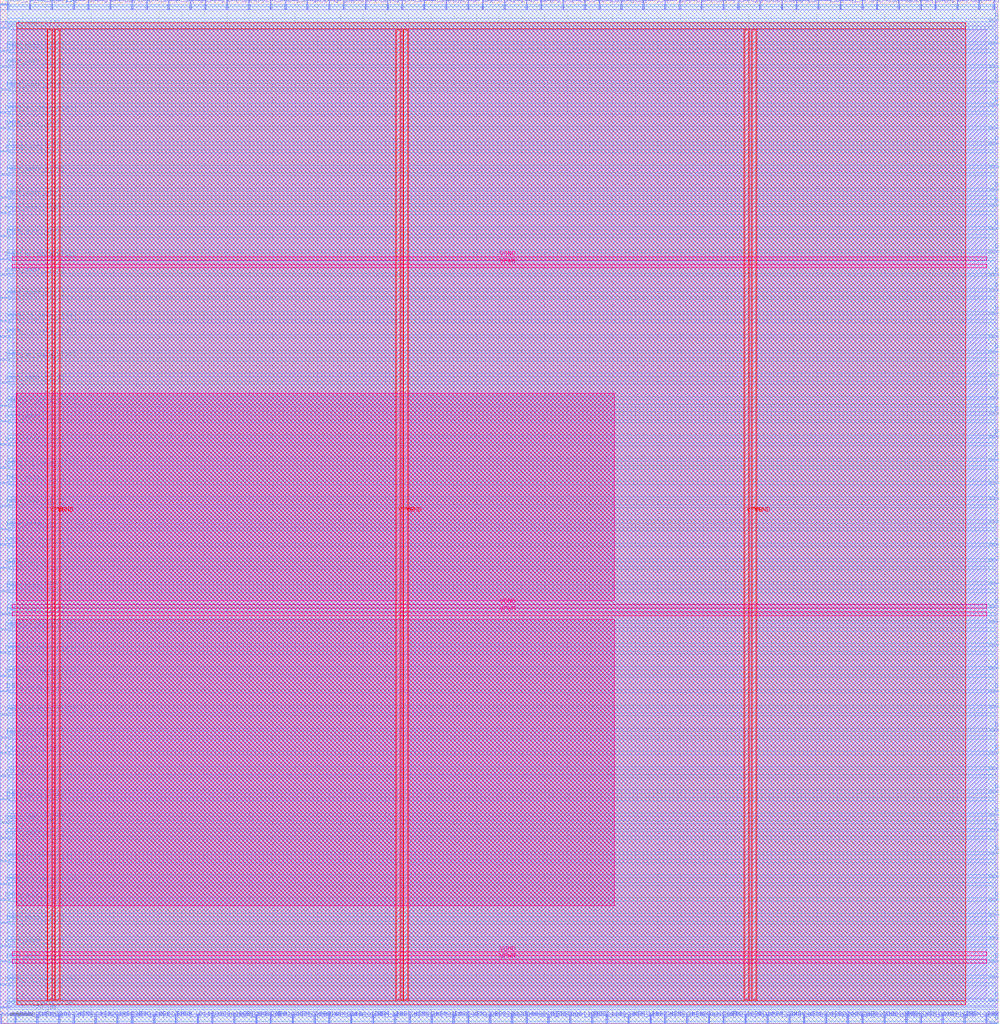
<source format=lef>
VERSION 5.7 ;
  NOWIREEXTENSIONATPIN ON ;
  DIVIDERCHAR "/" ;
  BUSBITCHARS "[]" ;
MACRO toast_top
  CLASS BLOCK ;
  FOREIGN toast_top ;
  ORIGIN 0.000 0.000 ;
  SIZE 440.500 BY 451.220 ;
  PIN DMEM_addr_o[0]
    DIRECTION OUTPUT TRISTATE ;
    USE SIGNAL ;
    PORT
      LAYER met2 ;
        RECT 41.950 0.000 42.230 4.000 ;
    END
  END DMEM_addr_o[0]
  PIN DMEM_addr_o[10]
    DIRECTION OUTPUT TRISTATE ;
    USE SIGNAL ;
    PORT
      LAYER met2 ;
        RECT 177.190 447.220 177.470 451.220 ;
    END
  END DMEM_addr_o[10]
  PIN DMEM_addr_o[11]
    DIRECTION OUTPUT TRISTATE ;
    USE SIGNAL ;
    PORT
      LAYER met2 ;
        RECT 144.990 447.220 145.270 451.220 ;
    END
  END DMEM_addr_o[11]
  PIN DMEM_addr_o[12]
    DIRECTION OUTPUT TRISTATE ;
    USE SIGNAL ;
    PORT
      LAYER met2 ;
        RECT 206.170 0.000 206.450 4.000 ;
    END
  END DMEM_addr_o[12]
  PIN DMEM_addr_o[13]
    DIRECTION OUTPUT TRISTATE ;
    USE SIGNAL ;
    PORT
      LAYER met2 ;
        RECT 363.950 0.000 364.230 4.000 ;
    END
  END DMEM_addr_o[13]
  PIN DMEM_addr_o[14]
    DIRECTION OUTPUT TRISTATE ;
    USE SIGNAL ;
    PORT
      LAYER met3 ;
        RECT 436.500 85.040 440.500 85.640 ;
    END
  END DMEM_addr_o[14]
  PIN DMEM_addr_o[15]
    DIRECTION OUTPUT TRISTATE ;
    USE SIGNAL ;
    PORT
      LAYER met3 ;
        RECT 0.000 421.640 4.000 422.240 ;
    END
  END DMEM_addr_o[15]
  PIN DMEM_addr_o[16]
    DIRECTION OUTPUT TRISTATE ;
    USE SIGNAL ;
    PORT
      LAYER met3 ;
        RECT 0.000 54.440 4.000 55.040 ;
    END
  END DMEM_addr_o[16]
  PIN DMEM_addr_o[17]
    DIRECTION OUTPUT TRISTATE ;
    USE SIGNAL ;
    PORT
      LAYER met3 ;
        RECT 436.500 27.240 440.500 27.840 ;
    END
  END DMEM_addr_o[17]
  PIN DMEM_addr_o[18]
    DIRECTION OUTPUT TRISTATE ;
    USE SIGNAL ;
    PORT
      LAYER met2 ;
        RECT 90.250 447.220 90.530 451.220 ;
    END
  END DMEM_addr_o[18]
  PIN DMEM_addr_o[19]
    DIRECTION OUTPUT TRISTATE ;
    USE SIGNAL ;
    PORT
      LAYER met3 ;
        RECT 436.500 248.240 440.500 248.840 ;
    END
  END DMEM_addr_o[19]
  PIN DMEM_addr_o[1]
    DIRECTION OUTPUT TRISTATE ;
    USE SIGNAL ;
    PORT
      LAYER met3 ;
        RECT 436.500 340.040 440.500 340.640 ;
    END
  END DMEM_addr_o[1]
  PIN DMEM_addr_o[20]
    DIRECTION OUTPUT TRISTATE ;
    USE SIGNAL ;
    PORT
      LAYER met2 ;
        RECT 338.190 0.000 338.470 4.000 ;
    END
  END DMEM_addr_o[20]
  PIN DMEM_addr_o[21]
    DIRECTION OUTPUT TRISTATE ;
    USE SIGNAL ;
    PORT
      LAYER met3 ;
        RECT 0.000 319.640 4.000 320.240 ;
    END
  END DMEM_addr_o[21]
  PIN DMEM_addr_o[22]
    DIRECTION OUTPUT TRISTATE ;
    USE SIGNAL ;
    PORT
      LAYER met2 ;
        RECT 347.850 0.000 348.130 4.000 ;
    END
  END DMEM_addr_o[22]
  PIN DMEM_addr_o[23]
    DIRECTION OUTPUT TRISTATE ;
    USE SIGNAL ;
    PORT
      LAYER met2 ;
        RECT 144.990 0.000 145.270 4.000 ;
    END
  END DMEM_addr_o[23]
  PIN DMEM_addr_o[24]
    DIRECTION OUTPUT TRISTATE ;
    USE SIGNAL ;
    PORT
      LAYER met2 ;
        RECT 273.790 447.220 274.070 451.220 ;
    END
  END DMEM_addr_o[24]
  PIN DMEM_addr_o[25]
    DIRECTION OUTPUT TRISTATE ;
    USE SIGNAL ;
    PORT
      LAYER met3 ;
        RECT 0.000 394.440 4.000 395.040 ;
    END
  END DMEM_addr_o[25]
  PIN DMEM_addr_o[26]
    DIRECTION OUTPUT TRISTATE ;
    USE SIGNAL ;
    PORT
      LAYER met2 ;
        RECT 431.570 447.220 431.850 451.220 ;
    END
  END DMEM_addr_o[26]
  PIN DMEM_addr_o[27]
    DIRECTION OUTPUT TRISTATE ;
    USE SIGNAL ;
    PORT
      LAYER met2 ;
        RECT 415.470 0.000 415.750 4.000 ;
    END
  END DMEM_addr_o[27]
  PIN DMEM_addr_o[28]
    DIRECTION OUTPUT TRISTATE ;
    USE SIGNAL ;
    PORT
      LAYER met2 ;
        RECT 135.330 447.220 135.610 451.220 ;
    END
  END DMEM_addr_o[28]
  PIN DMEM_addr_o[29]
    DIRECTION OUTPUT TRISTATE ;
    USE SIGNAL ;
    PORT
      LAYER met3 ;
        RECT 436.500 129.240 440.500 129.840 ;
    END
  END DMEM_addr_o[29]
  PIN DMEM_addr_o[2]
    DIRECTION OUTPUT TRISTATE ;
    USE SIGNAL ;
    PORT
      LAYER met2 ;
        RECT 277.010 0.000 277.290 4.000 ;
    END
  END DMEM_addr_o[2]
  PIN DMEM_addr_o[30]
    DIRECTION OUTPUT TRISTATE ;
    USE SIGNAL ;
    PORT
      LAYER met3 ;
        RECT 436.500 238.040 440.500 238.640 ;
    END
  END DMEM_addr_o[30]
  PIN DMEM_addr_o[31]
    DIRECTION OUTPUT TRISTATE ;
    USE SIGNAL ;
    PORT
      LAYER met2 ;
        RECT 83.810 447.220 84.090 451.220 ;
    END
  END DMEM_addr_o[31]
  PIN DMEM_addr_o[3]
    DIRECTION OUTPUT TRISTATE ;
    USE SIGNAL ;
    PORT
      LAYER met2 ;
        RECT 22.630 447.220 22.910 451.220 ;
    END
  END DMEM_addr_o[3]
  PIN DMEM_addr_o[4]
    DIRECTION OUTPUT TRISTATE ;
    USE SIGNAL ;
    PORT
      LAYER met2 ;
        RECT 360.730 447.220 361.010 451.220 ;
    END
  END DMEM_addr_o[4]
  PIN DMEM_addr_o[5]
    DIRECTION OUTPUT TRISTATE ;
    USE SIGNAL ;
    PORT
      LAYER met2 ;
        RECT 260.910 0.000 261.190 4.000 ;
    END
  END DMEM_addr_o[5]
  PIN DMEM_addr_o[6]
    DIRECTION OUTPUT TRISTATE ;
    USE SIGNAL ;
    PORT
      LAYER met3 ;
        RECT 436.500 404.640 440.500 405.240 ;
    END
  END DMEM_addr_o[6]
  PIN DMEM_addr_o[7]
    DIRECTION OUTPUT TRISTATE ;
    USE SIGNAL ;
    PORT
      LAYER met3 ;
        RECT 436.500 350.240 440.500 350.840 ;
    END
  END DMEM_addr_o[7]
  PIN DMEM_addr_o[8]
    DIRECTION OUTPUT TRISTATE ;
    USE SIGNAL ;
    PORT
      LAYER met3 ;
        RECT 436.500 183.640 440.500 184.240 ;
    END
  END DMEM_addr_o[8]
  PIN DMEM_addr_o[9]
    DIRECTION OUTPUT TRISTATE ;
    USE SIGNAL ;
    PORT
      LAYER met3 ;
        RECT 436.500 146.240 440.500 146.840 ;
    END
  END DMEM_addr_o[9]
  PIN DMEM_rd_data_i[0]
    DIRECTION INPUT ;
    USE SIGNAL ;
    PORT
      LAYER met2 ;
        RECT 161.090 447.220 161.370 451.220 ;
    END
  END DMEM_rd_data_i[0]
  PIN DMEM_rd_data_i[10]
    DIRECTION INPUT ;
    USE SIGNAL ;
    PORT
      LAYER met2 ;
        RECT 212.610 447.220 212.890 451.220 ;
    END
  END DMEM_rd_data_i[10]
  PIN DMEM_rd_data_i[11]
    DIRECTION INPUT ;
    USE SIGNAL ;
    PORT
      LAYER met2 ;
        RECT 386.490 447.220 386.770 451.220 ;
    END
  END DMEM_rd_data_i[11]
  PIN DMEM_rd_data_i[12]
    DIRECTION INPUT ;
    USE SIGNAL ;
    PORT
      LAYER met3 ;
        RECT 436.500 54.440 440.500 55.040 ;
    END
  END DMEM_rd_data_i[12]
  PIN DMEM_rd_data_i[13]
    DIRECTION INPUT ;
    USE SIGNAL ;
    PORT
      LAYER met2 ;
        RECT 325.310 447.220 325.590 451.220 ;
    END
  END DMEM_rd_data_i[13]
  PIN DMEM_rd_data_i[14]
    DIRECTION INPUT ;
    USE SIGNAL ;
    PORT
      LAYER met3 ;
        RECT 0.000 309.440 4.000 310.040 ;
    END
  END DMEM_rd_data_i[14]
  PIN DMEM_rd_data_i[15]
    DIRECTION INPUT ;
    USE SIGNAL ;
    PORT
      LAYER met2 ;
        RECT 380.050 447.220 380.330 451.220 ;
    END
  END DMEM_rd_data_i[15]
  PIN DMEM_rd_data_i[16]
    DIRECTION INPUT ;
    USE SIGNAL ;
    PORT
      LAYER met2 ;
        RECT 293.110 0.000 293.390 4.000 ;
    END
  END DMEM_rd_data_i[16]
  PIN DMEM_rd_data_i[17]
    DIRECTION INPUT ;
    USE SIGNAL ;
    PORT
      LAYER met3 ;
        RECT 0.000 136.040 4.000 136.640 ;
    END
  END DMEM_rd_data_i[17]
  PIN DMEM_rd_data_i[18]
    DIRECTION INPUT ;
    USE SIGNAL ;
    PORT
      LAYER met3 ;
        RECT 0.000 17.040 4.000 17.640 ;
    END
  END DMEM_rd_data_i[18]
  PIN DMEM_rd_data_i[19]
    DIRECTION INPUT ;
    USE SIGNAL ;
    PORT
      LAYER met2 ;
        RECT 231.930 0.000 232.210 4.000 ;
    END
  END DMEM_rd_data_i[19]
  PIN DMEM_rd_data_i[1]
    DIRECTION INPUT ;
    USE SIGNAL ;
    PORT
      LAYER met2 ;
        RECT 128.890 0.000 129.170 4.000 ;
    END
  END DMEM_rd_data_i[1]
  PIN DMEM_rd_data_i[20]
    DIRECTION INPUT ;
    USE SIGNAL ;
    PORT
      LAYER met3 ;
        RECT 436.500 231.240 440.500 231.840 ;
    END
  END DMEM_rd_data_i[20]
  PIN DMEM_rd_data_i[21]
    DIRECTION INPUT ;
    USE SIGNAL ;
    PORT
      LAYER met3 ;
        RECT 436.500 431.840 440.500 432.440 ;
    END
  END DMEM_rd_data_i[21]
  PIN DMEM_rd_data_i[22]
    DIRECTION INPUT ;
    USE SIGNAL ;
    PORT
      LAYER met2 ;
        RECT 344.630 447.220 344.910 451.220 ;
    END
  END DMEM_rd_data_i[22]
  PIN DMEM_rd_data_i[23]
    DIRECTION INPUT ;
    USE SIGNAL ;
    PORT
      LAYER met3 ;
        RECT 0.000 448.840 4.000 449.440 ;
    END
  END DMEM_rd_data_i[23]
  PIN DMEM_rd_data_i[24]
    DIRECTION INPUT ;
    USE SIGNAL ;
    PORT
      LAYER met2 ;
        RECT 170.750 447.220 171.030 451.220 ;
    END
  END DMEM_rd_data_i[24]
  PIN DMEM_rd_data_i[25]
    DIRECTION INPUT ;
    USE SIGNAL ;
    PORT
      LAYER met2 ;
        RECT 434.790 0.000 435.070 4.000 ;
    END
  END DMEM_rd_data_i[25]
  PIN DMEM_rd_data_i[26]
    DIRECTION INPUT ;
    USE SIGNAL ;
    PORT
      LAYER met3 ;
        RECT 0.000 302.640 4.000 303.240 ;
    END
  END DMEM_rd_data_i[26]
  PIN DMEM_rd_data_i[27]
    DIRECTION INPUT ;
    USE SIGNAL ;
    PORT
      LAYER met3 ;
        RECT 0.000 244.840 4.000 245.440 ;
    END
  END DMEM_rd_data_i[27]
  PIN DMEM_rd_data_i[28]
    DIRECTION INPUT ;
    USE SIGNAL ;
    PORT
      LAYER met3 ;
        RECT 436.500 119.040 440.500 119.640 ;
    END
  END DMEM_rd_data_i[28]
  PIN DMEM_rd_data_i[29]
    DIRECTION INPUT ;
    USE SIGNAL ;
    PORT
      LAYER met3 ;
        RECT 0.000 6.840 4.000 7.440 ;
    END
  END DMEM_rd_data_i[29]
  PIN DMEM_rd_data_i[2]
    DIRECTION INPUT ;
    USE SIGNAL ;
    PORT
      LAYER met3 ;
        RECT 436.500 367.240 440.500 367.840 ;
    END
  END DMEM_rd_data_i[2]
  PIN DMEM_rd_data_i[30]
    DIRECTION INPUT ;
    USE SIGNAL ;
    PORT
      LAYER met3 ;
        RECT 0.000 61.240 4.000 61.840 ;
    END
  END DMEM_rd_data_i[30]
  PIN DMEM_rd_data_i[31]
    DIRECTION INPUT ;
    USE SIGNAL ;
    PORT
      LAYER met2 ;
        RECT 99.910 447.220 100.190 451.220 ;
    END
  END DMEM_rd_data_i[31]
  PIN DMEM_rd_data_i[3]
    DIRECTION INPUT ;
    USE SIGNAL ;
    PORT
      LAYER met2 ;
        RECT 93.470 0.000 93.750 4.000 ;
    END
  END DMEM_rd_data_i[3]
  PIN DMEM_rd_data_i[4]
    DIRECTION INPUT ;
    USE SIGNAL ;
    PORT
      LAYER met2 ;
        RECT 119.230 447.220 119.510 451.220 ;
    END
  END DMEM_rd_data_i[4]
  PIN DMEM_rd_data_i[5]
    DIRECTION INPUT ;
    USE SIGNAL ;
    PORT
      LAYER met2 ;
        RECT 399.370 0.000 399.650 4.000 ;
    END
  END DMEM_rd_data_i[5]
  PIN DMEM_rd_data_i[6]
    DIRECTION INPUT ;
    USE SIGNAL ;
    PORT
      LAYER met2 ;
        RECT 215.830 0.000 216.110 4.000 ;
    END
  END DMEM_rd_data_i[6]
  PIN DMEM_rd_data_i[7]
    DIRECTION INPUT ;
    USE SIGNAL ;
    PORT
      LAYER met2 ;
        RECT 125.670 447.220 125.950 451.220 ;
    END
  END DMEM_rd_data_i[7]
  PIN DMEM_rd_data_i[8]
    DIRECTION INPUT ;
    USE SIGNAL ;
    PORT
      LAYER met3 ;
        RECT 0.000 210.840 4.000 211.440 ;
    END
  END DMEM_rd_data_i[8]
  PIN DMEM_rd_data_i[9]
    DIRECTION INPUT ;
    USE SIGNAL ;
    PORT
      LAYER met2 ;
        RECT 32.290 0.000 32.570 4.000 ;
    END
  END DMEM_rd_data_i[9]
  PIN DMEM_rst_o
    DIRECTION OUTPUT TRISTATE ;
    USE SIGNAL ;
    PORT
      LAYER met3 ;
        RECT 0.000 200.640 4.000 201.240 ;
    END
  END DMEM_rst_o
  PIN DMEM_wr_byte_en_o[0]
    DIRECTION OUTPUT TRISTATE ;
    USE SIGNAL ;
    PORT
      LAYER met3 ;
        RECT 436.500 10.240 440.500 10.840 ;
    END
  END DMEM_wr_byte_en_o[0]
  PIN DMEM_wr_byte_en_o[1]
    DIRECTION OUTPUT TRISTATE ;
    USE SIGNAL ;
    PORT
      LAYER met3 ;
        RECT 436.500 268.640 440.500 269.240 ;
    END
  END DMEM_wr_byte_en_o[1]
  PIN DMEM_wr_byte_en_o[2]
    DIRECTION OUTPUT TRISTATE ;
    USE SIGNAL ;
    PORT
      LAYER met2 ;
        RECT 77.370 0.000 77.650 4.000 ;
    END
  END DMEM_wr_byte_en_o[2]
  PIN DMEM_wr_byte_en_o[3]
    DIRECTION OUTPUT TRISTATE ;
    USE SIGNAL ;
    PORT
      LAYER met2 ;
        RECT 318.870 447.220 319.150 451.220 ;
    END
  END DMEM_wr_byte_en_o[3]
  PIN DMEM_wr_data_o[0]
    DIRECTION OUTPUT TRISTATE ;
    USE SIGNAL ;
    PORT
      LAYER met2 ;
        RECT 109.570 447.220 109.850 451.220 ;
    END
  END DMEM_wr_data_o[0]
  PIN DMEM_wr_data_o[10]
    DIRECTION OUTPUT TRISTATE ;
    USE SIGNAL ;
    PORT
      LAYER met3 ;
        RECT 436.500 442.040 440.500 442.640 ;
    END
  END DMEM_wr_data_o[10]
  PIN DMEM_wr_data_o[11]
    DIRECTION OUTPUT TRISTATE ;
    USE SIGNAL ;
    PORT
      LAYER met3 ;
        RECT 0.000 153.040 4.000 153.640 ;
    END
  END DMEM_wr_data_o[11]
  PIN DMEM_wr_data_o[12]
    DIRECTION OUTPUT TRISTATE ;
    USE SIGNAL ;
    PORT
      LAYER met3 ;
        RECT 0.000 336.640 4.000 337.240 ;
    END
  END DMEM_wr_data_o[12]
  PIN DMEM_wr_data_o[13]
    DIRECTION OUTPUT TRISTATE ;
    USE SIGNAL ;
    PORT
      LAYER met3 ;
        RECT 436.500 275.440 440.500 276.040 ;
    END
  END DMEM_wr_data_o[13]
  PIN DMEM_wr_data_o[14]
    DIRECTION OUTPUT TRISTATE ;
    USE SIGNAL ;
    PORT
      LAYER met3 ;
        RECT 436.500 387.640 440.500 388.240 ;
    END
  END DMEM_wr_data_o[14]
  PIN DMEM_wr_data_o[15]
    DIRECTION OUTPUT TRISTATE ;
    USE SIGNAL ;
    PORT
      LAYER met3 ;
        RECT 436.500 102.040 440.500 102.640 ;
    END
  END DMEM_wr_data_o[15]
  PIN DMEM_wr_data_o[16]
    DIRECTION OUTPUT TRISTATE ;
    USE SIGNAL ;
    PORT
      LAYER met2 ;
        RECT 354.290 0.000 354.570 4.000 ;
    END
  END DMEM_wr_data_o[16]
  PIN DMEM_wr_data_o[17]
    DIRECTION OUTPUT TRISTATE ;
    USE SIGNAL ;
    PORT
      LAYER met3 ;
        RECT 0.000 292.440 4.000 293.040 ;
    END
  END DMEM_wr_data_o[17]
  PIN DMEM_wr_data_o[18]
    DIRECTION OUTPUT TRISTATE ;
    USE SIGNAL ;
    PORT
      LAYER met3 ;
        RECT 436.500 74.840 440.500 75.440 ;
    END
  END DMEM_wr_data_o[18]
  PIN DMEM_wr_data_o[19]
    DIRECTION OUTPUT TRISTATE ;
    USE SIGNAL ;
    PORT
      LAYER met3 ;
        RECT 0.000 272.040 4.000 272.640 ;
    END
  END DMEM_wr_data_o[19]
  PIN DMEM_wr_data_o[1]
    DIRECTION OUTPUT TRISTATE ;
    USE SIGNAL ;
    PORT
      LAYER met3 ;
        RECT 436.500 156.440 440.500 157.040 ;
    END
  END DMEM_wr_data_o[1]
  PIN DMEM_wr_data_o[20]
    DIRECTION OUTPUT TRISTATE ;
    USE SIGNAL ;
    PORT
      LAYER met3 ;
        RECT 0.000 163.240 4.000 163.840 ;
    END
  END DMEM_wr_data_o[20]
  PIN DMEM_wr_data_o[21]
    DIRECTION OUTPUT TRISTATE ;
    USE SIGNAL ;
    PORT
      LAYER met3 ;
        RECT 436.500 258.440 440.500 259.040 ;
    END
  END DMEM_wr_data_o[21]
  PIN DMEM_wr_data_o[22]
    DIRECTION OUTPUT TRISTATE ;
    USE SIGNAL ;
    PORT
      LAYER met2 ;
        RECT 438.010 447.220 438.290 451.220 ;
    END
  END DMEM_wr_data_o[22]
  PIN DMEM_wr_data_o[23]
    DIRECTION OUTPUT TRISTATE ;
    USE SIGNAL ;
    PORT
      LAYER met2 ;
        RECT 334.970 447.220 335.250 451.220 ;
    END
  END DMEM_wr_data_o[23]
  PIN DMEM_wr_data_o[24]
    DIRECTION OUTPUT TRISTATE ;
    USE SIGNAL ;
    PORT
      LAYER met2 ;
        RECT 138.550 0.000 138.830 4.000 ;
    END
  END DMEM_wr_data_o[24]
  PIN DMEM_wr_data_o[25]
    DIRECTION OUTPUT TRISTATE ;
    USE SIGNAL ;
    PORT
      LAYER met3 ;
        RECT 0.000 173.440 4.000 174.040 ;
    END
  END DMEM_wr_data_o[25]
  PIN DMEM_wr_data_o[26]
    DIRECTION OUTPUT TRISTATE ;
    USE SIGNAL ;
    PORT
      LAYER met3 ;
        RECT 0.000 401.240 4.000 401.840 ;
    END
  END DMEM_wr_data_o[26]
  PIN DMEM_wr_data_o[27]
    DIRECTION OUTPUT TRISTATE ;
    USE SIGNAL ;
    PORT
      LAYER met2 ;
        RECT 248.030 447.220 248.310 451.220 ;
    END
  END DMEM_wr_data_o[27]
  PIN DMEM_wr_data_o[28]
    DIRECTION OUTPUT TRISTATE ;
    USE SIGNAL ;
    PORT
      LAYER met2 ;
        RECT 370.390 447.220 370.670 451.220 ;
    END
  END DMEM_wr_data_o[28]
  PIN DMEM_wr_data_o[29]
    DIRECTION OUTPUT TRISTATE ;
    USE SIGNAL ;
    PORT
      LAYER met2 ;
        RECT 58.050 447.220 58.330 451.220 ;
    END
  END DMEM_wr_data_o[29]
  PIN DMEM_wr_data_o[2]
    DIRECTION OUTPUT TRISTATE ;
    USE SIGNAL ;
    PORT
      LAYER met2 ;
        RECT 186.850 447.220 187.130 451.220 ;
    END
  END DMEM_wr_data_o[2]
  PIN DMEM_wr_data_o[30]
    DIRECTION OUTPUT TRISTATE ;
    USE SIGNAL ;
    PORT
      LAYER met3 ;
        RECT 436.500 323.040 440.500 323.640 ;
    END
  END DMEM_wr_data_o[30]
  PIN DMEM_wr_data_o[31]
    DIRECTION OUTPUT TRISTATE ;
    USE SIGNAL ;
    PORT
      LAYER met2 ;
        RECT 238.370 447.220 238.650 451.220 ;
    END
  END DMEM_wr_data_o[31]
  PIN DMEM_wr_data_o[3]
    DIRECTION OUTPUT TRISTATE ;
    USE SIGNAL ;
    PORT
      LAYER met2 ;
        RECT 318.870 0.000 319.150 4.000 ;
    END
  END DMEM_wr_data_o[3]
  PIN DMEM_wr_data_o[4]
    DIRECTION OUTPUT TRISTATE ;
    USE SIGNAL ;
    PORT
      LAYER met3 ;
        RECT 436.500 360.440 440.500 361.040 ;
    END
  END DMEM_wr_data_o[4]
  PIN DMEM_wr_data_o[5]
    DIRECTION OUTPUT TRISTATE ;
    USE SIGNAL ;
    PORT
      LAYER met2 ;
        RECT 373.610 0.000 373.890 4.000 ;
    END
  END DMEM_wr_data_o[5]
  PIN DMEM_wr_data_o[6]
    DIRECTION OUTPUT TRISTATE ;
    USE SIGNAL ;
    PORT
      LAYER met2 ;
        RECT 48.390 447.220 48.670 451.220 ;
    END
  END DMEM_wr_data_o[6]
  PIN DMEM_wr_data_o[7]
    DIRECTION OUTPUT TRISTATE ;
    USE SIGNAL ;
    PORT
      LAYER met3 ;
        RECT 436.500 295.840 440.500 296.440 ;
    END
  END DMEM_wr_data_o[7]
  PIN DMEM_wr_data_o[8]
    DIRECTION OUTPUT TRISTATE ;
    USE SIGNAL ;
    PORT
      LAYER met3 ;
        RECT 436.500 414.840 440.500 415.440 ;
    END
  END DMEM_wr_data_o[8]
  PIN DMEM_wr_data_o[9]
    DIRECTION OUTPUT TRISTATE ;
    USE SIGNAL ;
    PORT
      LAYER met3 ;
        RECT 0.000 71.440 4.000 72.040 ;
    END
  END DMEM_wr_data_o[9]
  PIN IMEM_addr_o[0]
    DIRECTION OUTPUT TRISTATE ;
    USE SIGNAL ;
    PORT
      LAYER met3 ;
        RECT 0.000 27.240 4.000 27.840 ;
    END
  END IMEM_addr_o[0]
  PIN IMEM_addr_o[10]
    DIRECTION OUTPUT TRISTATE ;
    USE SIGNAL ;
    PORT
      LAYER met2 ;
        RECT 12.970 447.220 13.250 451.220 ;
    END
  END IMEM_addr_o[10]
  PIN IMEM_addr_o[11]
    DIRECTION OUTPUT TRISTATE ;
    USE SIGNAL ;
    PORT
      LAYER met3 ;
        RECT 0.000 227.840 4.000 228.440 ;
    END
  END IMEM_addr_o[11]
  PIN IMEM_addr_o[12]
    DIRECTION OUTPUT TRISTATE ;
    USE SIGNAL ;
    PORT
      LAYER met2 ;
        RECT 180.410 0.000 180.690 4.000 ;
    END
  END IMEM_addr_o[12]
  PIN IMEM_addr_o[13]
    DIRECTION OUTPUT TRISTATE ;
    USE SIGNAL ;
    PORT
      LAYER met3 ;
        RECT 436.500 37.440 440.500 38.040 ;
    END
  END IMEM_addr_o[13]
  PIN IMEM_addr_o[14]
    DIRECTION OUTPUT TRISTATE ;
    USE SIGNAL ;
    PORT
      LAYER met3 ;
        RECT 0.000 411.440 4.000 412.040 ;
    END
  END IMEM_addr_o[14]
  PIN IMEM_addr_o[15]
    DIRECTION OUTPUT TRISTATE ;
    USE SIGNAL ;
    PORT
      LAYER met2 ;
        RECT 286.670 0.000 286.950 4.000 ;
    END
  END IMEM_addr_o[15]
  PIN IMEM_addr_o[16]
    DIRECTION OUTPUT TRISTATE ;
    USE SIGNAL ;
    PORT
      LAYER met2 ;
        RECT 264.130 447.220 264.410 451.220 ;
    END
  END IMEM_addr_o[16]
  PIN IMEM_addr_o[17]
    DIRECTION OUTPUT TRISTATE ;
    USE SIGNAL ;
    PORT
      LAYER met2 ;
        RECT 283.450 447.220 283.730 451.220 ;
    END
  END IMEM_addr_o[17]
  PIN IMEM_addr_o[18]
    DIRECTION OUTPUT TRISTATE ;
    USE SIGNAL ;
    PORT
      LAYER met2 ;
        RECT 173.970 0.000 174.250 4.000 ;
    END
  END IMEM_addr_o[18]
  PIN IMEM_addr_o[19]
    DIRECTION OUTPUT TRISTATE ;
    USE SIGNAL ;
    PORT
      LAYER met2 ;
        RECT 231.930 447.220 232.210 451.220 ;
    END
  END IMEM_addr_o[19]
  PIN IMEM_addr_o[1]
    DIRECTION OUTPUT TRISTATE ;
    USE SIGNAL ;
    PORT
      LAYER met2 ;
        RECT 380.050 0.000 380.330 4.000 ;
    END
  END IMEM_addr_o[1]
  PIN IMEM_addr_o[20]
    DIRECTION OUTPUT TRISTATE ;
    USE SIGNAL ;
    PORT
      LAYER met2 ;
        RECT 412.250 447.220 412.530 451.220 ;
    END
  END IMEM_addr_o[20]
  PIN IMEM_addr_o[21]
    DIRECTION OUTPUT TRISTATE ;
    USE SIGNAL ;
    PORT
      LAYER met2 ;
        RECT 164.310 0.000 164.590 4.000 ;
    END
  END IMEM_addr_o[21]
  PIN IMEM_addr_o[22]
    DIRECTION OUTPUT TRISTATE ;
    USE SIGNAL ;
    PORT
      LAYER met3 ;
        RECT 0.000 346.840 4.000 347.440 ;
    END
  END IMEM_addr_o[22]
  PIN IMEM_addr_o[23]
    DIRECTION OUTPUT TRISTATE ;
    USE SIGNAL ;
    PORT
      LAYER met3 ;
        RECT 0.000 374.040 4.000 374.640 ;
    END
  END IMEM_addr_o[23]
  PIN IMEM_addr_o[24]
    DIRECTION OUTPUT TRISTATE ;
    USE SIGNAL ;
    PORT
      LAYER met3 ;
        RECT 436.500 64.640 440.500 65.240 ;
    END
  END IMEM_addr_o[24]
  PIN IMEM_addr_o[25]
    DIRECTION OUTPUT TRISTATE ;
    USE SIGNAL ;
    PORT
      LAYER met3 ;
        RECT 436.500 193.840 440.500 194.440 ;
    END
  END IMEM_addr_o[25]
  PIN IMEM_addr_o[26]
    DIRECTION OUTPUT TRISTATE ;
    USE SIGNAL ;
    PORT
      LAYER met2 ;
        RECT 119.230 0.000 119.510 4.000 ;
    END
  END IMEM_addr_o[26]
  PIN IMEM_addr_o[27]
    DIRECTION OUTPUT TRISTATE ;
    USE SIGNAL ;
    PORT
      LAYER met3 ;
        RECT 436.500 285.640 440.500 286.240 ;
    END
  END IMEM_addr_o[27]
  PIN IMEM_addr_o[28]
    DIRECTION OUTPUT TRISTATE ;
    USE SIGNAL ;
    PORT
      LAYER met3 ;
        RECT 436.500 20.440 440.500 21.040 ;
    END
  END IMEM_addr_o[28]
  PIN IMEM_addr_o[29]
    DIRECTION OUTPUT TRISTATE ;
    USE SIGNAL ;
    PORT
      LAYER met2 ;
        RECT 32.290 447.220 32.570 451.220 ;
    END
  END IMEM_addr_o[29]
  PIN IMEM_addr_o[2]
    DIRECTION OUTPUT TRISTATE ;
    USE SIGNAL ;
    PORT
      LAYER met3 ;
        RECT 0.000 363.840 4.000 364.440 ;
    END
  END IMEM_addr_o[2]
  PIN IMEM_addr_o[30]
    DIRECTION OUTPUT TRISTATE ;
    USE SIGNAL ;
    PORT
      LAYER met2 ;
        RECT 241.590 0.000 241.870 4.000 ;
    END
  END IMEM_addr_o[30]
  PIN IMEM_addr_o[31]
    DIRECTION OUTPUT TRISTATE ;
    USE SIGNAL ;
    PORT
      LAYER met2 ;
        RECT 103.130 0.000 103.410 4.000 ;
    END
  END IMEM_addr_o[31]
  PIN IMEM_addr_o[3]
    DIRECTION OUTPUT TRISTATE ;
    USE SIGNAL ;
    PORT
      LAYER met2 ;
        RECT 16.190 0.000 16.470 4.000 ;
    END
  END IMEM_addr_o[3]
  PIN IMEM_addr_o[4]
    DIRECTION OUTPUT TRISTATE ;
    USE SIGNAL ;
    PORT
      LAYER met2 ;
        RECT 328.530 0.000 328.810 4.000 ;
    END
  END IMEM_addr_o[4]
  PIN IMEM_addr_o[5]
    DIRECTION OUTPUT TRISTATE ;
    USE SIGNAL ;
    PORT
      LAYER met2 ;
        RECT 425.130 0.000 425.410 4.000 ;
    END
  END IMEM_addr_o[5]
  PIN IMEM_addr_o[6]
    DIRECTION OUTPUT TRISTATE ;
    USE SIGNAL ;
    PORT
      LAYER met2 ;
        RECT 396.150 447.220 396.430 451.220 ;
    END
  END IMEM_addr_o[6]
  PIN IMEM_addr_o[7]
    DIRECTION OUTPUT TRISTATE ;
    USE SIGNAL ;
    PORT
      LAYER met3 ;
        RECT 436.500 204.040 440.500 204.640 ;
    END
  END IMEM_addr_o[7]
  PIN IMEM_addr_o[8]
    DIRECTION OUTPUT TRISTATE ;
    USE SIGNAL ;
    PORT
      LAYER met2 ;
        RECT 151.430 447.220 151.710 451.220 ;
    END
  END IMEM_addr_o[8]
  PIN IMEM_addr_o[9]
    DIRECTION OUTPUT TRISTATE ;
    USE SIGNAL ;
    PORT
      LAYER met2 ;
        RECT 222.270 447.220 222.550 451.220 ;
    END
  END IMEM_addr_o[9]
  PIN IMEM_data_i[0]
    DIRECTION INPUT ;
    USE SIGNAL ;
    PORT
      LAYER met3 ;
        RECT 0.000 217.640 4.000 218.240 ;
    END
  END IMEM_data_i[0]
  PIN IMEM_data_i[10]
    DIRECTION INPUT ;
    USE SIGNAL ;
    PORT
      LAYER met3 ;
        RECT 0.000 238.040 4.000 238.640 ;
    END
  END IMEM_data_i[10]
  PIN IMEM_data_i[11]
    DIRECTION INPUT ;
    USE SIGNAL ;
    PORT
      LAYER met2 ;
        RECT 67.710 0.000 67.990 4.000 ;
    END
  END IMEM_data_i[11]
  PIN IMEM_data_i[12]
    DIRECTION INPUT ;
    USE SIGNAL ;
    PORT
      LAYER met3 ;
        RECT 0.000 146.240 4.000 146.840 ;
    END
  END IMEM_data_i[12]
  PIN IMEM_data_i[13]
    DIRECTION INPUT ;
    USE SIGNAL ;
    PORT
      LAYER met2 ;
        RECT 199.730 0.000 200.010 4.000 ;
    END
  END IMEM_data_i[13]
  PIN IMEM_data_i[14]
    DIRECTION INPUT ;
    USE SIGNAL ;
    PORT
      LAYER met3 ;
        RECT 436.500 394.440 440.500 395.040 ;
    END
  END IMEM_data_i[14]
  PIN IMEM_data_i[15]
    DIRECTION INPUT ;
    USE SIGNAL ;
    PORT
      LAYER met3 ;
        RECT 0.000 44.240 4.000 44.840 ;
    END
  END IMEM_data_i[15]
  PIN IMEM_data_i[16]
    DIRECTION INPUT ;
    USE SIGNAL ;
    PORT
      LAYER met2 ;
        RECT 257.690 447.220 257.970 451.220 ;
    END
  END IMEM_data_i[16]
  PIN IMEM_data_i[17]
    DIRECTION INPUT ;
    USE SIGNAL ;
    PORT
      LAYER met2 ;
        RECT 51.610 0.000 51.890 4.000 ;
    END
  END IMEM_data_i[17]
  PIN IMEM_data_i[18]
    DIRECTION INPUT ;
    USE SIGNAL ;
    PORT
      LAYER met3 ;
        RECT 436.500 139.440 440.500 140.040 ;
    END
  END IMEM_data_i[18]
  PIN IMEM_data_i[19]
    DIRECTION INPUT ;
    USE SIGNAL ;
    PORT
      LAYER met3 ;
        RECT 0.000 125.840 4.000 126.440 ;
    END
  END IMEM_data_i[19]
  PIN IMEM_data_i[1]
    DIRECTION INPUT ;
    USE SIGNAL ;
    PORT
      LAYER met2 ;
        RECT 74.150 447.220 74.430 451.220 ;
    END
  END IMEM_data_i[1]
  PIN IMEM_data_i[20]
    DIRECTION INPUT ;
    USE SIGNAL ;
    PORT
      LAYER met3 ;
        RECT 436.500 221.040 440.500 221.640 ;
    END
  END IMEM_data_i[20]
  PIN IMEM_data_i[21]
    DIRECTION INPUT ;
    USE SIGNAL ;
    PORT
      LAYER met3 ;
        RECT 0.000 428.440 4.000 429.040 ;
    END
  END IMEM_data_i[21]
  PIN IMEM_data_i[22]
    DIRECTION INPUT ;
    USE SIGNAL ;
    PORT
      LAYER met3 ;
        RECT 0.000 98.640 4.000 99.240 ;
    END
  END IMEM_data_i[22]
  PIN IMEM_data_i[23]
    DIRECTION INPUT ;
    USE SIGNAL ;
    PORT
      LAYER met3 ;
        RECT 436.500 377.440 440.500 378.040 ;
    END
  END IMEM_data_i[23]
  PIN IMEM_data_i[24]
    DIRECTION INPUT ;
    USE SIGNAL ;
    PORT
      LAYER met3 ;
        RECT 0.000 180.240 4.000 180.840 ;
    END
  END IMEM_data_i[24]
  PIN IMEM_data_i[25]
    DIRECTION INPUT ;
    USE SIGNAL ;
    PORT
      LAYER met2 ;
        RECT 112.790 0.000 113.070 4.000 ;
    END
  END IMEM_data_i[25]
  PIN IMEM_data_i[26]
    DIRECTION INPUT ;
    USE SIGNAL ;
    PORT
      LAYER met3 ;
        RECT 436.500 166.640 440.500 167.240 ;
    END
  END IMEM_data_i[26]
  PIN IMEM_data_i[27]
    DIRECTION INPUT ;
    USE SIGNAL ;
    PORT
      LAYER met2 ;
        RECT 302.770 0.000 303.050 4.000 ;
    END
  END IMEM_data_i[27]
  PIN IMEM_data_i[28]
    DIRECTION INPUT ;
    USE SIGNAL ;
    PORT
      LAYER met3 ;
        RECT 436.500 47.640 440.500 48.240 ;
    END
  END IMEM_data_i[28]
  PIN IMEM_data_i[29]
    DIRECTION INPUT ;
    USE SIGNAL ;
    PORT
      LAYER met2 ;
        RECT 3.310 447.220 3.590 451.220 ;
    END
  END IMEM_data_i[29]
  PIN IMEM_data_i[2]
    DIRECTION INPUT ;
    USE SIGNAL ;
    PORT
      LAYER met2 ;
        RECT 389.710 0.000 389.990 4.000 ;
    END
  END IMEM_data_i[2]
  PIN IMEM_data_i[30]
    DIRECTION INPUT ;
    USE SIGNAL ;
    PORT
      LAYER met2 ;
        RECT 58.050 0.000 58.330 4.000 ;
    END
  END IMEM_data_i[30]
  PIN IMEM_data_i[31]
    DIRECTION INPUT ;
    USE SIGNAL ;
    PORT
      LAYER met2 ;
        RECT 190.070 0.000 190.350 4.000 ;
    END
  END IMEM_data_i[31]
  PIN IMEM_data_i[3]
    DIRECTION INPUT ;
    USE SIGNAL ;
    PORT
      LAYER met3 ;
        RECT 436.500 112.240 440.500 112.840 ;
    END
  END IMEM_data_i[3]
  PIN IMEM_data_i[4]
    DIRECTION INPUT ;
    USE SIGNAL ;
    PORT
      LAYER met3 ;
        RECT 436.500 421.640 440.500 422.240 ;
    END
  END IMEM_data_i[4]
  PIN IMEM_data_i[5]
    DIRECTION INPUT ;
    USE SIGNAL ;
    PORT
      LAYER met3 ;
        RECT 436.500 302.640 440.500 303.240 ;
    END
  END IMEM_data_i[5]
  PIN IMEM_data_i[6]
    DIRECTION INPUT ;
    USE SIGNAL ;
    PORT
      LAYER met2 ;
        RECT 405.810 0.000 406.090 4.000 ;
    END
  END IMEM_data_i[6]
  PIN IMEM_data_i[7]
    DIRECTION INPUT ;
    USE SIGNAL ;
    PORT
      LAYER met3 ;
        RECT 0.000 190.440 4.000 191.040 ;
    END
  END IMEM_data_i[7]
  PIN IMEM_data_i[8]
    DIRECTION INPUT ;
    USE SIGNAL ;
    PORT
      LAYER met3 ;
        RECT 436.500 176.840 440.500 177.440 ;
    END
  END IMEM_data_i[8]
  PIN IMEM_data_i[9]
    DIRECTION INPUT ;
    USE SIGNAL ;
    PORT
      LAYER met2 ;
        RECT 6.530 0.000 6.810 4.000 ;
    END
  END IMEM_data_i[9]
  PIN VGND
    DIRECTION INOUT ;
    USE GROUND ;
    PORT
      LAYER met4 ;
        RECT 24.340 10.640 25.940 438.160 ;
    END
    PORT
      LAYER met4 ;
        RECT 177.940 10.640 179.540 438.160 ;
    END
    PORT
      LAYER met4 ;
        RECT 331.540 10.640 333.140 438.160 ;
    END
    PORT
      LAYER met5 ;
        RECT 5.280 30.030 434.940 31.630 ;
    END
    PORT
      LAYER met5 ;
        RECT 5.280 183.210 434.940 184.810 ;
    END
    PORT
      LAYER met5 ;
        RECT 5.280 336.390 434.940 337.990 ;
    END
  END VGND
  PIN VPWR
    DIRECTION INOUT ;
    USE POWER ;
    PORT
      LAYER met4 ;
        RECT 21.040 10.640 22.640 438.160 ;
    END
    PORT
      LAYER met4 ;
        RECT 174.640 10.640 176.240 438.160 ;
    END
    PORT
      LAYER met4 ;
        RECT 328.240 10.640 329.840 438.160 ;
    END
    PORT
      LAYER met5 ;
        RECT 5.280 26.730 434.940 28.330 ;
    END
    PORT
      LAYER met5 ;
        RECT 5.280 179.910 434.940 181.510 ;
    END
    PORT
      LAYER met5 ;
        RECT 5.280 333.090 434.940 334.690 ;
    END
  END VPWR
  PIN boot_addr_i[0]
    DIRECTION INPUT ;
    USE SIGNAL ;
    PORT
      LAYER met3 ;
        RECT 436.500 329.840 440.500 330.440 ;
    END
  END boot_addr_i[0]
  PIN boot_addr_i[10]
    DIRECTION INPUT ;
    USE SIGNAL ;
    PORT
      LAYER met2 ;
        RECT 421.910 447.220 422.190 451.220 ;
    END
  END boot_addr_i[10]
  PIN boot_addr_i[11]
    DIRECTION INPUT ;
    USE SIGNAL ;
    PORT
      LAYER met3 ;
        RECT 436.500 0.040 440.500 0.640 ;
    END
  END boot_addr_i[11]
  PIN boot_addr_i[12]
    DIRECTION INPUT ;
    USE SIGNAL ;
    PORT
      LAYER met2 ;
        RECT 405.810 447.220 406.090 451.220 ;
    END
  END boot_addr_i[12]
  PIN boot_addr_i[13]
    DIRECTION INPUT ;
    USE SIGNAL ;
    PORT
      LAYER met3 ;
        RECT 0.000 265.240 4.000 265.840 ;
    END
  END boot_addr_i[13]
  PIN boot_addr_i[14]
    DIRECTION INPUT ;
    USE SIGNAL ;
    PORT
      LAYER met3 ;
        RECT 0.000 282.240 4.000 282.840 ;
    END
  END boot_addr_i[14]
  PIN boot_addr_i[15]
    DIRECTION INPUT ;
    USE SIGNAL ;
    PORT
      LAYER met2 ;
        RECT 267.350 0.000 267.630 4.000 ;
    END
  END boot_addr_i[15]
  PIN boot_addr_i[16]
    DIRECTION INPUT ;
    USE SIGNAL ;
    PORT
      LAYER met2 ;
        RECT 0.090 0.000 0.370 4.000 ;
    END
  END boot_addr_i[16]
  PIN boot_addr_i[17]
    DIRECTION INPUT ;
    USE SIGNAL ;
    PORT
      LAYER met3 ;
        RECT 0.000 34.040 4.000 34.640 ;
    END
  END boot_addr_i[17]
  PIN boot_addr_i[18]
    DIRECTION INPUT ;
    USE SIGNAL ;
    PORT
      LAYER met3 ;
        RECT 0.000 329.840 4.000 330.440 ;
    END
  END boot_addr_i[18]
  PIN boot_addr_i[19]
    DIRECTION INPUT ;
    USE SIGNAL ;
    PORT
      LAYER met2 ;
        RECT 38.730 447.220 39.010 451.220 ;
    END
  END boot_addr_i[19]
  PIN boot_addr_i[1]
    DIRECTION INPUT ;
    USE SIGNAL ;
    PORT
      LAYER met2 ;
        RECT 206.170 447.220 206.450 451.220 ;
    END
  END boot_addr_i[1]
  PIN boot_addr_i[20]
    DIRECTION INPUT ;
    USE SIGNAL ;
    PORT
      LAYER met3 ;
        RECT 0.000 255.040 4.000 255.640 ;
    END
  END boot_addr_i[20]
  PIN boot_addr_i[21]
    DIRECTION INPUT ;
    USE SIGNAL ;
    PORT
      LAYER met3 ;
        RECT 0.000 119.040 4.000 119.640 ;
    END
  END boot_addr_i[21]
  PIN boot_addr_i[22]
    DIRECTION INPUT ;
    USE SIGNAL ;
    PORT
      LAYER met2 ;
        RECT 25.850 0.000 26.130 4.000 ;
    END
  END boot_addr_i[22]
  PIN boot_addr_i[23]
    DIRECTION INPUT ;
    USE SIGNAL ;
    PORT
      LAYER met2 ;
        RECT 293.110 447.220 293.390 451.220 ;
    END
  END boot_addr_i[23]
  PIN boot_addr_i[24]
    DIRECTION INPUT ;
    USE SIGNAL ;
    PORT
      LAYER met2 ;
        RECT 196.510 447.220 196.790 451.220 ;
    END
  END boot_addr_i[24]
  PIN boot_addr_i[25]
    DIRECTION INPUT ;
    USE SIGNAL ;
    PORT
      LAYER met2 ;
        RECT 225.490 0.000 225.770 4.000 ;
    END
  END boot_addr_i[25]
  PIN boot_addr_i[26]
    DIRECTION INPUT ;
    USE SIGNAL ;
    PORT
      LAYER met2 ;
        RECT 351.070 447.220 351.350 451.220 ;
    END
  END boot_addr_i[26]
  PIN boot_addr_i[27]
    DIRECTION INPUT ;
    USE SIGNAL ;
    PORT
      LAYER met3 ;
        RECT 436.500 91.840 440.500 92.440 ;
    END
  END boot_addr_i[27]
  PIN boot_addr_i[28]
    DIRECTION INPUT ;
    USE SIGNAL ;
    PORT
      LAYER met3 ;
        RECT 0.000 357.040 4.000 357.640 ;
    END
  END boot_addr_i[28]
  PIN boot_addr_i[29]
    DIRECTION INPUT ;
    USE SIGNAL ;
    PORT
      LAYER met3 ;
        RECT 0.000 88.440 4.000 89.040 ;
    END
  END boot_addr_i[29]
  PIN boot_addr_i[2]
    DIRECTION INPUT ;
    USE SIGNAL ;
    PORT
      LAYER met2 ;
        RECT 87.030 0.000 87.310 4.000 ;
    END
  END boot_addr_i[2]
  PIN boot_addr_i[30]
    DIRECTION INPUT ;
    USE SIGNAL ;
    PORT
      LAYER met2 ;
        RECT 154.650 0.000 154.930 4.000 ;
    END
  END boot_addr_i[30]
  PIN boot_addr_i[31]
    DIRECTION INPUT ;
    USE SIGNAL ;
    PORT
      LAYER met3 ;
        RECT 0.000 81.640 4.000 82.240 ;
    END
  END boot_addr_i[31]
  PIN boot_addr_i[3]
    DIRECTION INPUT ;
    USE SIGNAL ;
    PORT
      LAYER met3 ;
        RECT 436.500 312.840 440.500 313.440 ;
    END
  END boot_addr_i[3]
  PIN boot_addr_i[4]
    DIRECTION INPUT ;
    USE SIGNAL ;
    PORT
      LAYER met2 ;
        RECT 251.250 0.000 251.530 4.000 ;
    END
  END boot_addr_i[4]
  PIN boot_addr_i[5]
    DIRECTION INPUT ;
    USE SIGNAL ;
    PORT
      LAYER met2 ;
        RECT 309.210 447.220 309.490 451.220 ;
    END
  END boot_addr_i[5]
  PIN boot_addr_i[6]
    DIRECTION INPUT ;
    USE SIGNAL ;
    PORT
      LAYER met2 ;
        RECT 299.550 447.220 299.830 451.220 ;
    END
  END boot_addr_i[6]
  PIN boot_addr_i[7]
    DIRECTION INPUT ;
    USE SIGNAL ;
    PORT
      LAYER met3 ;
        RECT 0.000 438.640 4.000 439.240 ;
    END
  END boot_addr_i[7]
  PIN boot_addr_i[8]
    DIRECTION INPUT ;
    USE SIGNAL ;
    PORT
      LAYER met2 ;
        RECT 64.490 447.220 64.770 451.220 ;
    END
  END boot_addr_i[8]
  PIN boot_addr_i[9]
    DIRECTION INPUT ;
    USE SIGNAL ;
    PORT
      LAYER met2 ;
        RECT 312.430 0.000 312.710 4.000 ;
    END
  END boot_addr_i[9]
  PIN clk_i
    DIRECTION INPUT ;
    USE SIGNAL ;
    PORT
      LAYER met3 ;
        RECT 0.000 108.840 4.000 109.440 ;
    END
  END clk_i
  PIN exception_o
    DIRECTION OUTPUT TRISTATE ;
    USE SIGNAL ;
    PORT
      LAYER met3 ;
        RECT 0.000 384.240 4.000 384.840 ;
    END
  END exception_o
  PIN resetn_i
    DIRECTION INPUT ;
    USE SIGNAL ;
    PORT
      LAYER met3 ;
        RECT 436.500 210.840 440.500 211.440 ;
    END
  END resetn_i
  OBS
      LAYER li1 ;
        RECT 5.520 10.795 434.700 438.005 ;
      LAYER met1 ;
        RECT 0.070 7.180 439.690 441.620 ;
      LAYER met2 ;
        RECT 0.100 446.940 3.030 449.325 ;
        RECT 3.870 446.940 12.690 449.325 ;
        RECT 13.530 446.940 22.350 449.325 ;
        RECT 23.190 446.940 32.010 449.325 ;
        RECT 32.850 446.940 38.450 449.325 ;
        RECT 39.290 446.940 48.110 449.325 ;
        RECT 48.950 446.940 57.770 449.325 ;
        RECT 58.610 446.940 64.210 449.325 ;
        RECT 65.050 446.940 73.870 449.325 ;
        RECT 74.710 446.940 83.530 449.325 ;
        RECT 84.370 446.940 89.970 449.325 ;
        RECT 90.810 446.940 99.630 449.325 ;
        RECT 100.470 446.940 109.290 449.325 ;
        RECT 110.130 446.940 118.950 449.325 ;
        RECT 119.790 446.940 125.390 449.325 ;
        RECT 126.230 446.940 135.050 449.325 ;
        RECT 135.890 446.940 144.710 449.325 ;
        RECT 145.550 446.940 151.150 449.325 ;
        RECT 151.990 446.940 160.810 449.325 ;
        RECT 161.650 446.940 170.470 449.325 ;
        RECT 171.310 446.940 176.910 449.325 ;
        RECT 177.750 446.940 186.570 449.325 ;
        RECT 187.410 446.940 196.230 449.325 ;
        RECT 197.070 446.940 205.890 449.325 ;
        RECT 206.730 446.940 212.330 449.325 ;
        RECT 213.170 446.940 221.990 449.325 ;
        RECT 222.830 446.940 231.650 449.325 ;
        RECT 232.490 446.940 238.090 449.325 ;
        RECT 238.930 446.940 247.750 449.325 ;
        RECT 248.590 446.940 257.410 449.325 ;
        RECT 258.250 446.940 263.850 449.325 ;
        RECT 264.690 446.940 273.510 449.325 ;
        RECT 274.350 446.940 283.170 449.325 ;
        RECT 284.010 446.940 292.830 449.325 ;
        RECT 293.670 446.940 299.270 449.325 ;
        RECT 300.110 446.940 308.930 449.325 ;
        RECT 309.770 446.940 318.590 449.325 ;
        RECT 319.430 446.940 325.030 449.325 ;
        RECT 325.870 446.940 334.690 449.325 ;
        RECT 335.530 446.940 344.350 449.325 ;
        RECT 345.190 446.940 350.790 449.325 ;
        RECT 351.630 446.940 360.450 449.325 ;
        RECT 361.290 446.940 370.110 449.325 ;
        RECT 370.950 446.940 379.770 449.325 ;
        RECT 380.610 446.940 386.210 449.325 ;
        RECT 387.050 446.940 395.870 449.325 ;
        RECT 396.710 446.940 405.530 449.325 ;
        RECT 406.370 446.940 411.970 449.325 ;
        RECT 412.810 446.940 421.630 449.325 ;
        RECT 422.470 446.940 431.290 449.325 ;
        RECT 432.130 446.940 437.730 449.325 ;
        RECT 438.570 446.940 439.660 449.325 ;
        RECT 0.100 4.280 439.660 446.940 ;
        RECT 0.650 0.155 6.250 4.280 ;
        RECT 7.090 0.155 15.910 4.280 ;
        RECT 16.750 0.155 25.570 4.280 ;
        RECT 26.410 0.155 32.010 4.280 ;
        RECT 32.850 0.155 41.670 4.280 ;
        RECT 42.510 0.155 51.330 4.280 ;
        RECT 52.170 0.155 57.770 4.280 ;
        RECT 58.610 0.155 67.430 4.280 ;
        RECT 68.270 0.155 77.090 4.280 ;
        RECT 77.930 0.155 86.750 4.280 ;
        RECT 87.590 0.155 93.190 4.280 ;
        RECT 94.030 0.155 102.850 4.280 ;
        RECT 103.690 0.155 112.510 4.280 ;
        RECT 113.350 0.155 118.950 4.280 ;
        RECT 119.790 0.155 128.610 4.280 ;
        RECT 129.450 0.155 138.270 4.280 ;
        RECT 139.110 0.155 144.710 4.280 ;
        RECT 145.550 0.155 154.370 4.280 ;
        RECT 155.210 0.155 164.030 4.280 ;
        RECT 164.870 0.155 173.690 4.280 ;
        RECT 174.530 0.155 180.130 4.280 ;
        RECT 180.970 0.155 189.790 4.280 ;
        RECT 190.630 0.155 199.450 4.280 ;
        RECT 200.290 0.155 205.890 4.280 ;
        RECT 206.730 0.155 215.550 4.280 ;
        RECT 216.390 0.155 225.210 4.280 ;
        RECT 226.050 0.155 231.650 4.280 ;
        RECT 232.490 0.155 241.310 4.280 ;
        RECT 242.150 0.155 250.970 4.280 ;
        RECT 251.810 0.155 260.630 4.280 ;
        RECT 261.470 0.155 267.070 4.280 ;
        RECT 267.910 0.155 276.730 4.280 ;
        RECT 277.570 0.155 286.390 4.280 ;
        RECT 287.230 0.155 292.830 4.280 ;
        RECT 293.670 0.155 302.490 4.280 ;
        RECT 303.330 0.155 312.150 4.280 ;
        RECT 312.990 0.155 318.590 4.280 ;
        RECT 319.430 0.155 328.250 4.280 ;
        RECT 329.090 0.155 337.910 4.280 ;
        RECT 338.750 0.155 347.570 4.280 ;
        RECT 348.410 0.155 354.010 4.280 ;
        RECT 354.850 0.155 363.670 4.280 ;
        RECT 364.510 0.155 373.330 4.280 ;
        RECT 374.170 0.155 379.770 4.280 ;
        RECT 380.610 0.155 389.430 4.280 ;
        RECT 390.270 0.155 399.090 4.280 ;
        RECT 399.930 0.155 405.530 4.280 ;
        RECT 406.370 0.155 415.190 4.280 ;
        RECT 416.030 0.155 424.850 4.280 ;
        RECT 425.690 0.155 434.510 4.280 ;
        RECT 435.350 0.155 439.660 4.280 ;
      LAYER met3 ;
        RECT 4.400 448.440 438.775 449.305 ;
        RECT 3.285 443.040 438.775 448.440 ;
        RECT 3.285 441.640 436.100 443.040 ;
        RECT 3.285 439.640 438.775 441.640 ;
        RECT 4.400 438.240 438.775 439.640 ;
        RECT 3.285 432.840 438.775 438.240 ;
        RECT 3.285 431.440 436.100 432.840 ;
        RECT 3.285 429.440 438.775 431.440 ;
        RECT 4.400 428.040 438.775 429.440 ;
        RECT 3.285 422.640 438.775 428.040 ;
        RECT 4.400 421.240 436.100 422.640 ;
        RECT 3.285 415.840 438.775 421.240 ;
        RECT 3.285 414.440 436.100 415.840 ;
        RECT 3.285 412.440 438.775 414.440 ;
        RECT 4.400 411.040 438.775 412.440 ;
        RECT 3.285 405.640 438.775 411.040 ;
        RECT 3.285 404.240 436.100 405.640 ;
        RECT 3.285 402.240 438.775 404.240 ;
        RECT 4.400 400.840 438.775 402.240 ;
        RECT 3.285 395.440 438.775 400.840 ;
        RECT 4.400 394.040 436.100 395.440 ;
        RECT 3.285 388.640 438.775 394.040 ;
        RECT 3.285 387.240 436.100 388.640 ;
        RECT 3.285 385.240 438.775 387.240 ;
        RECT 4.400 383.840 438.775 385.240 ;
        RECT 3.285 378.440 438.775 383.840 ;
        RECT 3.285 377.040 436.100 378.440 ;
        RECT 3.285 375.040 438.775 377.040 ;
        RECT 4.400 373.640 438.775 375.040 ;
        RECT 3.285 368.240 438.775 373.640 ;
        RECT 3.285 366.840 436.100 368.240 ;
        RECT 3.285 364.840 438.775 366.840 ;
        RECT 4.400 363.440 438.775 364.840 ;
        RECT 3.285 361.440 438.775 363.440 ;
        RECT 3.285 360.040 436.100 361.440 ;
        RECT 3.285 358.040 438.775 360.040 ;
        RECT 4.400 356.640 438.775 358.040 ;
        RECT 3.285 351.240 438.775 356.640 ;
        RECT 3.285 349.840 436.100 351.240 ;
        RECT 3.285 347.840 438.775 349.840 ;
        RECT 4.400 346.440 438.775 347.840 ;
        RECT 3.285 341.040 438.775 346.440 ;
        RECT 3.285 339.640 436.100 341.040 ;
        RECT 3.285 337.640 438.775 339.640 ;
        RECT 4.400 336.240 438.775 337.640 ;
        RECT 3.285 330.840 438.775 336.240 ;
        RECT 4.400 329.440 436.100 330.840 ;
        RECT 3.285 324.040 438.775 329.440 ;
        RECT 3.285 322.640 436.100 324.040 ;
        RECT 3.285 320.640 438.775 322.640 ;
        RECT 4.400 319.240 438.775 320.640 ;
        RECT 3.285 313.840 438.775 319.240 ;
        RECT 3.285 312.440 436.100 313.840 ;
        RECT 3.285 310.440 438.775 312.440 ;
        RECT 4.400 309.040 438.775 310.440 ;
        RECT 3.285 303.640 438.775 309.040 ;
        RECT 4.400 302.240 436.100 303.640 ;
        RECT 3.285 296.840 438.775 302.240 ;
        RECT 3.285 295.440 436.100 296.840 ;
        RECT 3.285 293.440 438.775 295.440 ;
        RECT 4.400 292.040 438.775 293.440 ;
        RECT 3.285 286.640 438.775 292.040 ;
        RECT 3.285 285.240 436.100 286.640 ;
        RECT 3.285 283.240 438.775 285.240 ;
        RECT 4.400 281.840 438.775 283.240 ;
        RECT 3.285 276.440 438.775 281.840 ;
        RECT 3.285 275.040 436.100 276.440 ;
        RECT 3.285 273.040 438.775 275.040 ;
        RECT 4.400 271.640 438.775 273.040 ;
        RECT 3.285 269.640 438.775 271.640 ;
        RECT 3.285 268.240 436.100 269.640 ;
        RECT 3.285 266.240 438.775 268.240 ;
        RECT 4.400 264.840 438.775 266.240 ;
        RECT 3.285 259.440 438.775 264.840 ;
        RECT 3.285 258.040 436.100 259.440 ;
        RECT 3.285 256.040 438.775 258.040 ;
        RECT 4.400 254.640 438.775 256.040 ;
        RECT 3.285 249.240 438.775 254.640 ;
        RECT 3.285 247.840 436.100 249.240 ;
        RECT 3.285 245.840 438.775 247.840 ;
        RECT 4.400 244.440 438.775 245.840 ;
        RECT 3.285 239.040 438.775 244.440 ;
        RECT 4.400 237.640 436.100 239.040 ;
        RECT 3.285 232.240 438.775 237.640 ;
        RECT 3.285 230.840 436.100 232.240 ;
        RECT 3.285 228.840 438.775 230.840 ;
        RECT 4.400 227.440 438.775 228.840 ;
        RECT 3.285 222.040 438.775 227.440 ;
        RECT 3.285 220.640 436.100 222.040 ;
        RECT 3.285 218.640 438.775 220.640 ;
        RECT 4.400 217.240 438.775 218.640 ;
        RECT 3.285 211.840 438.775 217.240 ;
        RECT 4.400 210.440 436.100 211.840 ;
        RECT 3.285 205.040 438.775 210.440 ;
        RECT 3.285 203.640 436.100 205.040 ;
        RECT 3.285 201.640 438.775 203.640 ;
        RECT 4.400 200.240 438.775 201.640 ;
        RECT 3.285 194.840 438.775 200.240 ;
        RECT 3.285 193.440 436.100 194.840 ;
        RECT 3.285 191.440 438.775 193.440 ;
        RECT 4.400 190.040 438.775 191.440 ;
        RECT 3.285 184.640 438.775 190.040 ;
        RECT 3.285 183.240 436.100 184.640 ;
        RECT 3.285 181.240 438.775 183.240 ;
        RECT 4.400 179.840 438.775 181.240 ;
        RECT 3.285 177.840 438.775 179.840 ;
        RECT 3.285 176.440 436.100 177.840 ;
        RECT 3.285 174.440 438.775 176.440 ;
        RECT 4.400 173.040 438.775 174.440 ;
        RECT 3.285 167.640 438.775 173.040 ;
        RECT 3.285 166.240 436.100 167.640 ;
        RECT 3.285 164.240 438.775 166.240 ;
        RECT 4.400 162.840 438.775 164.240 ;
        RECT 3.285 157.440 438.775 162.840 ;
        RECT 3.285 156.040 436.100 157.440 ;
        RECT 3.285 154.040 438.775 156.040 ;
        RECT 4.400 152.640 438.775 154.040 ;
        RECT 3.285 147.240 438.775 152.640 ;
        RECT 4.400 145.840 436.100 147.240 ;
        RECT 3.285 140.440 438.775 145.840 ;
        RECT 3.285 139.040 436.100 140.440 ;
        RECT 3.285 137.040 438.775 139.040 ;
        RECT 4.400 135.640 438.775 137.040 ;
        RECT 3.285 130.240 438.775 135.640 ;
        RECT 3.285 128.840 436.100 130.240 ;
        RECT 3.285 126.840 438.775 128.840 ;
        RECT 4.400 125.440 438.775 126.840 ;
        RECT 3.285 120.040 438.775 125.440 ;
        RECT 4.400 118.640 436.100 120.040 ;
        RECT 3.285 113.240 438.775 118.640 ;
        RECT 3.285 111.840 436.100 113.240 ;
        RECT 3.285 109.840 438.775 111.840 ;
        RECT 4.400 108.440 438.775 109.840 ;
        RECT 3.285 103.040 438.775 108.440 ;
        RECT 3.285 101.640 436.100 103.040 ;
        RECT 3.285 99.640 438.775 101.640 ;
        RECT 4.400 98.240 438.775 99.640 ;
        RECT 3.285 92.840 438.775 98.240 ;
        RECT 3.285 91.440 436.100 92.840 ;
        RECT 3.285 89.440 438.775 91.440 ;
        RECT 4.400 88.040 438.775 89.440 ;
        RECT 3.285 86.040 438.775 88.040 ;
        RECT 3.285 84.640 436.100 86.040 ;
        RECT 3.285 82.640 438.775 84.640 ;
        RECT 4.400 81.240 438.775 82.640 ;
        RECT 3.285 75.840 438.775 81.240 ;
        RECT 3.285 74.440 436.100 75.840 ;
        RECT 3.285 72.440 438.775 74.440 ;
        RECT 4.400 71.040 438.775 72.440 ;
        RECT 3.285 65.640 438.775 71.040 ;
        RECT 3.285 64.240 436.100 65.640 ;
        RECT 3.285 62.240 438.775 64.240 ;
        RECT 4.400 60.840 438.775 62.240 ;
        RECT 3.285 55.440 438.775 60.840 ;
        RECT 4.400 54.040 436.100 55.440 ;
        RECT 3.285 48.640 438.775 54.040 ;
        RECT 3.285 47.240 436.100 48.640 ;
        RECT 3.285 45.240 438.775 47.240 ;
        RECT 4.400 43.840 438.775 45.240 ;
        RECT 3.285 38.440 438.775 43.840 ;
        RECT 3.285 37.040 436.100 38.440 ;
        RECT 3.285 35.040 438.775 37.040 ;
        RECT 4.400 33.640 438.775 35.040 ;
        RECT 3.285 28.240 438.775 33.640 ;
        RECT 4.400 26.840 436.100 28.240 ;
        RECT 3.285 21.440 438.775 26.840 ;
        RECT 3.285 20.040 436.100 21.440 ;
        RECT 3.285 18.040 438.775 20.040 ;
        RECT 4.400 16.640 438.775 18.040 ;
        RECT 3.285 11.240 438.775 16.640 ;
        RECT 3.285 9.840 436.100 11.240 ;
        RECT 3.285 7.840 438.775 9.840 ;
        RECT 4.400 6.440 438.775 7.840 ;
        RECT 3.285 1.040 438.775 6.440 ;
        RECT 3.285 0.175 436.100 1.040 ;
      LAYER met4 ;
        RECT 7.230 438.560 425.665 441.145 ;
        RECT 7.230 10.240 20.640 438.560 ;
        RECT 23.040 10.240 23.940 438.560 ;
        RECT 26.340 10.240 174.240 438.560 ;
        RECT 176.640 10.240 177.540 438.560 ;
        RECT 179.940 10.240 327.840 438.560 ;
        RECT 330.240 10.240 331.140 438.560 ;
        RECT 333.540 10.240 425.665 438.560 ;
        RECT 7.230 8.335 425.665 10.240 ;
      LAYER met5 ;
        RECT 7.020 186.410 270.820 277.900 ;
        RECT 7.020 51.900 270.820 178.310 ;
  END
END toast_top
END LIBRARY


</source>
